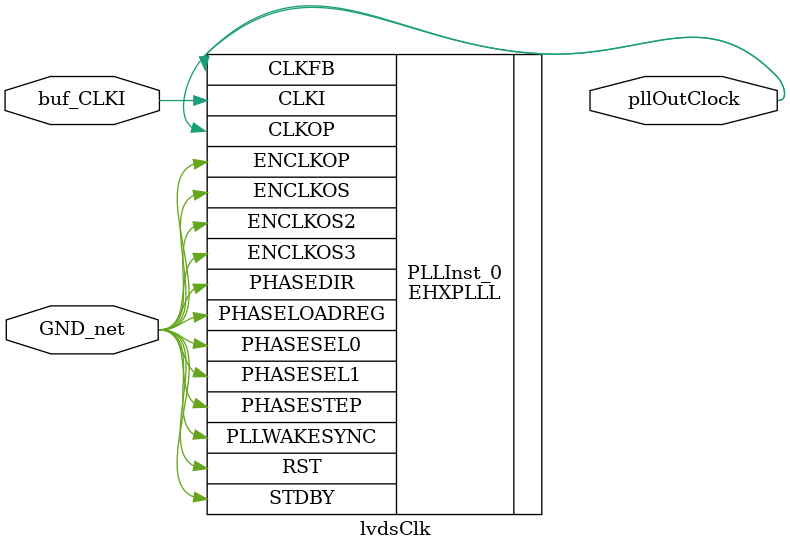
<source format=v>

module top (RGBIN, pllInClock, pixelClock, lcdVsync, lcdHsync, lcdDe, 
            lvdsOutClk, lvdsLine0, lvdsLine1, lvdsLine2) /* synthesis syn_module_defined=1 */ ;   // c:/users/borna/documents/projects/fpga/blink/blink.v(6[8:11])
    input [7:0]RGBIN;   // c:/users/borna/documents/projects/fpga/blink/blink.v(6[24:29])
    input pllInClock /* synthesis black_box_pad_pin=1 */ ;   // c:/users/borna/documents/projects/fpga/blink/blink.v(6[37:47])
    input pixelClock;   // c:/users/borna/documents/projects/fpga/blink/blink.v(6[55:65])
    input lcdVsync;   // c:/users/borna/documents/projects/fpga/blink/blink.v(6[73:81])
    input lcdHsync;   // c:/users/borna/documents/projects/fpga/blink/blink.v(6[89:97])
    input lcdDe;   // c:/users/borna/documents/projects/fpga/blink/blink.v(6[105:110])
    output lvdsOutClk;   // c:/users/borna/documents/projects/fpga/blink/blink.v(6[119:129])
    output lvdsLine0;   // c:/users/borna/documents/projects/fpga/blink/blink.v(6[138:147])
    output lvdsLine1;   // c:/users/borna/documents/projects/fpga/blink/blink.v(6[156:165])
    output lvdsLine2;   // c:/users/borna/documents/projects/fpga/blink/blink.v(6[174:183])
    
    wire pllOutClock /* synthesis SET_AS_NETWORK=pllOutClock, is_clock=1 */ ;   // c:/users/borna/documents/projects/fpga/blink/blink.v(11[12:23])
    wire buf_CLKI /* synthesis is_clock=1 */ ;   // c:/users/borna/documents/projects/fpga/blink/pll/lvdsclk/lvdsclk.v(16[10:18])
    
    wire RGBIN_c_7, RGBIN_c_6, RGBIN_c_5, RGBIN_c_4, RGBIN_c_3, RGBIN_c_2, 
        RGBIN_c_1, RGBIN_c_0, lcdVsync_c, lcdHsync_c, lcdDe_c, lvdsOutClk_c, 
        lvdsLine0_c, lvdsLine1_c, lvdsLine2_c, VCC_net, GND_net;
    
    VHI i5 (.Z(VCC_net));
    parallelToLvds myParallelToLvds (.pllOutClock(pllOutClock), .RGBIN_c_6(RGBIN_c_6), 
            .lvdsLine1_c(lvdsLine1_c), .RGBIN_c_7(RGBIN_c_7), .lcdHsync_c(lcdHsync_c), 
            .lcdVsync_c(lcdVsync_c), .lcdDe_c(lcdDe_c), .RGBIN_c_0(RGBIN_c_0), 
            .RGBIN_c_1(RGBIN_c_1), .RGBIN_c_2(RGBIN_c_2), .RGBIN_c_3(RGBIN_c_3), 
            .RGBIN_c_4(RGBIN_c_4), .lvdsOutClk_c(lvdsOutClk_c), .RGBIN_c_5(RGBIN_c_5), 
            .lvdsLine2_c(lvdsLine2_c), .lvdsLine0_c(lvdsLine0_c)) /* synthesis syn_module_defined=1 */ ;   // c:/users/borna/documents/projects/fpga/blink/blink.v(16[18] 27[4])
    IB Inst1_IB (.I(pllInClock), .O(buf_CLKI)) /* synthesis IO_TYPE="LVCMOS33", syn_instantiated=1, LSE_LINE_FILE_ID=3, LSE_LCOL=11, LSE_RCOL=4, LSE_LLINE=9, LSE_RLINE=13 */ ;   // c:/users/borna/documents/projects/fpga/blink/pll/lvdsclk/lvdsclk.v(20[8:41])
    PUR PUR_INST (.PUR(VCC_net));
    defparam PUR_INST.RST_PULSE = 1;
    IB lcdDe_pad (.I(lcdDe), .O(lcdDe_c));   // c:/users/borna/documents/projects/fpga/blink/blink.v(6[105:110])
    IB lcdHsync_pad (.I(lcdHsync), .O(lcdHsync_c));   // c:/users/borna/documents/projects/fpga/blink/blink.v(6[89:97])
    IB lcdVsync_pad (.I(lcdVsync), .O(lcdVsync_c));   // c:/users/borna/documents/projects/fpga/blink/blink.v(6[73:81])
    IB RGBIN_pad_0 (.I(RGBIN[0]), .O(RGBIN_c_0));   // c:/users/borna/documents/projects/fpga/blink/blink.v(6[24:29])
    IB RGBIN_pad_1 (.I(RGBIN[1]), .O(RGBIN_c_1));   // c:/users/borna/documents/projects/fpga/blink/blink.v(6[24:29])
    IB RGBIN_pad_2 (.I(RGBIN[2]), .O(RGBIN_c_2));   // c:/users/borna/documents/projects/fpga/blink/blink.v(6[24:29])
    IB RGBIN_pad_3 (.I(RGBIN[3]), .O(RGBIN_c_3));   // c:/users/borna/documents/projects/fpga/blink/blink.v(6[24:29])
    IB RGBIN_pad_4 (.I(RGBIN[4]), .O(RGBIN_c_4));   // c:/users/borna/documents/projects/fpga/blink/blink.v(6[24:29])
    IB RGBIN_pad_5 (.I(RGBIN[5]), .O(RGBIN_c_5));   // c:/users/borna/documents/projects/fpga/blink/blink.v(6[24:29])
    IB RGBIN_pad_6 (.I(RGBIN[6]), .O(RGBIN_c_6));   // c:/users/borna/documents/projects/fpga/blink/blink.v(6[24:29])
    VLO i1 (.Z(GND_net));
    OB lvdsLine2_pad (.I(lvdsLine2_c), .O(lvdsLine2));   // c:/users/borna/documents/projects/fpga/blink/blink.v(6[174:183])
    OB lvdsLine1_pad (.I(lvdsLine1_c), .O(lvdsLine1));   // c:/users/borna/documents/projects/fpga/blink/blink.v(6[156:165])
    IB RGBIN_pad_7 (.I(RGBIN[7]), .O(RGBIN_c_7));   // c:/users/borna/documents/projects/fpga/blink/blink.v(6[24:29])
    lvdsClk myLvdsPll (.pllOutClock(pllOutClock), .buf_CLKI(buf_CLKI), .GND_net(GND_net)) /* synthesis NGD_DRC_MASK=1, syn_module_defined=1 */ ;   // c:/users/borna/documents/projects/fpga/blink/blink.v(9[11] 13[4])
    OB lvdsLine0_pad (.I(lvdsLine0_c), .O(lvdsLine0));   // c:/users/borna/documents/projects/fpga/blink/blink.v(6[138:147])
    OB lvdsOutClk_pad (.I(lvdsOutClk_c), .O(lvdsOutClk));   // c:/users/borna/documents/projects/fpga/blink/blink.v(6[119:129])
    GSR GSR_INST (.GSR(VCC_net));
    
endmodule
//
// Verilog Description of module parallelToLvds
//

module parallelToLvds (pllOutClock, RGBIN_c_6, lvdsLine1_c, RGBIN_c_7, 
            lcdHsync_c, lcdVsync_c, lcdDe_c, RGBIN_c_0, RGBIN_c_1, 
            RGBIN_c_2, RGBIN_c_3, RGBIN_c_4, lvdsOutClk_c, RGBIN_c_5, 
            lvdsLine2_c, lvdsLine0_c) /* synthesis syn_module_defined=1 */ ;
    input pllOutClock;
    input RGBIN_c_6;
    output lvdsLine1_c;
    input RGBIN_c_7;
    input lcdHsync_c;
    input lcdVsync_c;
    input lcdDe_c;
    input RGBIN_c_0;
    input RGBIN_c_1;
    input RGBIN_c_2;
    input RGBIN_c_3;
    input RGBIN_c_4;
    output lvdsOutClk_c;
    input RGBIN_c_5;
    output lvdsLine2_c;
    output lvdsLine0_c;
    
    wire pllOutClock /* synthesis SET_AS_NETWORK=pllOutClock, is_clock=1 */ ;   // c:/users/borna/documents/projects/fpga/blink/blink.v(11[12:23])
    wire [6:0]lvdsTest2;   // c:/users/borna/documents/projects/fpga/blink/blink.v(47[12:21])
    wire [3:0]bitCounter;   // c:/users/borna/documents/projects/fpga/blink/blink.v(45[12:22])
    
    wire n2;
    wire [6:0]lvdsTest3;   // c:/users/borna/documents/projects/fpga/blink/blink.v(48[12:21])
    
    wire n209;
    wire [6:0]lvdsTest1;   // c:/users/borna/documents/projects/fpga/blink/blink.v(46[12:21])
    
    wire lvdsClock_N_14, bitCounter_3__N_12;
    wire [3:0]n21;
    
    wire n210, n207, n213, n208, n214;
    
    LUT4 bitCounter_2__I_0_45_i2_3_lut (.A(lvdsTest2[2]), .B(lvdsTest2[3]), 
         .C(bitCounter[0]), .Z(n2)) /* synthesis lut_function=(A (B+!(C))+!A (B (C))) */ ;   // c:/users/borna/documents/projects/fpga/blink/blink.v(52[30:40])
    defparam bitCounter_2__I_0_45_i2_3_lut.init = 16'hcaca;
    FD1S3AX lvdsTest3_4__31 (.D(RGBIN_c_6), .CK(pllOutClock), .Q(lvdsTest3[4])) /* synthesis lse_init_val=0, LSE_LINE_FILE_ID=3, LSE_LCOL=18, LSE_RCOL=4, LSE_LLINE=16, LSE_RLINE=27 */ ;   // c:/users/borna/documents/projects/fpga/blink/blink.v(56[9] 103[5])
    defparam lvdsTest3_4__31.GSR = "ENABLED";
    LUT4 lvdsTest3_0__bdd_3_lut_183 (.A(lvdsTest3[0]), .B(bitCounter[0]), 
         .C(lvdsTest3[1]), .Z(n209)) /* synthesis lut_function=(A ((C)+!B)+!A (B (C))) */ ;
    defparam lvdsTest3_0__bdd_3_lut_183.init = 16'he2e2;
    LUT4 i2_3_lut (.A(bitCounter[1]), .B(bitCounter[2]), .C(n2), .Z(lvdsLine1_c)) /* synthesis lut_function=(!((B+!(C))+!A)) */ ;   // c:/users/borna/documents/projects/fpga/blink/blink.v(52[30:40])
    defparam i2_3_lut.init = 16'h2020;
    FD1S3AX lvdsTest3_3__32 (.D(RGBIN_c_7), .CK(pllOutClock), .Q(lvdsTest3[3])) /* synthesis lse_init_val=0, LSE_LINE_FILE_ID=3, LSE_LCOL=18, LSE_RCOL=4, LSE_LLINE=16, LSE_RLINE=27 */ ;   // c:/users/borna/documents/projects/fpga/blink/blink.v(56[9] 103[5])
    defparam lvdsTest3_3__32.GSR = "ENABLED";
    FD1S3AX lvdsTest3_2__33 (.D(lcdHsync_c), .CK(pllOutClock), .Q(lvdsTest3[2])) /* synthesis lse_init_val=0, LSE_LINE_FILE_ID=3, LSE_LCOL=18, LSE_RCOL=4, LSE_LLINE=16, LSE_RLINE=27 */ ;   // c:/users/borna/documents/projects/fpga/blink/blink.v(56[9] 103[5])
    defparam lvdsTest3_2__33.GSR = "ENABLED";
    FD1S3AX lvdsTest3_1__34 (.D(lcdVsync_c), .CK(pllOutClock), .Q(lvdsTest3[1])) /* synthesis lse_init_val=0, LSE_LINE_FILE_ID=3, LSE_LCOL=18, LSE_RCOL=4, LSE_LLINE=16, LSE_RLINE=27 */ ;   // c:/users/borna/documents/projects/fpga/blink/blink.v(56[9] 103[5])
    defparam lvdsTest3_1__34.GSR = "ENABLED";
    FD1S3AX lvdsTest3_0__35 (.D(lcdDe_c), .CK(pllOutClock), .Q(lvdsTest3[0])) /* synthesis lse_init_val=0, LSE_LINE_FILE_ID=3, LSE_LCOL=18, LSE_RCOL=4, LSE_LLINE=16, LSE_RLINE=27 */ ;   // c:/users/borna/documents/projects/fpga/blink/blink.v(56[9] 103[5])
    defparam lvdsTest3_0__35.GSR = "ENABLED";
    FD1S3AX lvdsTest1_3__36 (.D(RGBIN_c_0), .CK(pllOutClock), .Q(lvdsTest1[3])) /* synthesis lse_init_val=0, LSE_LINE_FILE_ID=3, LSE_LCOL=18, LSE_RCOL=4, LSE_LLINE=16, LSE_RLINE=27 */ ;   // c:/users/borna/documents/projects/fpga/blink/blink.v(56[9] 103[5])
    defparam lvdsTest1_3__36.GSR = "ENABLED";
    FD1S3AX lvdsTest1_2__37 (.D(RGBIN_c_1), .CK(pllOutClock), .Q(lvdsTest1[2])) /* synthesis lse_init_val=0, LSE_LINE_FILE_ID=3, LSE_LCOL=18, LSE_RCOL=4, LSE_LLINE=16, LSE_RLINE=27 */ ;   // c:/users/borna/documents/projects/fpga/blink/blink.v(56[9] 103[5])
    defparam lvdsTest1_2__37.GSR = "ENABLED";
    FD1S3AX lvdsTest1_1__38 (.D(RGBIN_c_2), .CK(pllOutClock), .Q(lvdsTest1[1])) /* synthesis lse_init_val=0, LSE_LINE_FILE_ID=3, LSE_LCOL=18, LSE_RCOL=4, LSE_LLINE=16, LSE_RLINE=27 */ ;   // c:/users/borna/documents/projects/fpga/blink/blink.v(56[9] 103[5])
    defparam lvdsTest1_1__38.GSR = "ENABLED";
    FD1S3AX lvdsTest2_3__39 (.D(RGBIN_c_3), .CK(pllOutClock), .Q(lvdsTest2[3])) /* synthesis lse_init_val=0, LSE_LINE_FILE_ID=3, LSE_LCOL=18, LSE_RCOL=4, LSE_LLINE=16, LSE_RLINE=27 */ ;   // c:/users/borna/documents/projects/fpga/blink/blink.v(56[9] 103[5])
    defparam lvdsTest2_3__39.GSR = "ENABLED";
    FD1S3AX lvdsTest2_2__40 (.D(RGBIN_c_4), .CK(pllOutClock), .Q(lvdsTest2[2])) /* synthesis lse_init_val=0, LSE_LINE_FILE_ID=3, LSE_LCOL=18, LSE_RCOL=4, LSE_LLINE=16, LSE_RLINE=27 */ ;   // c:/users/borna/documents/projects/fpga/blink/blink.v(56[9] 103[5])
    defparam lvdsTest2_2__40.GSR = "ENABLED";
    FD1S3AX lvdsClockReg_0__41 (.D(lvdsClock_N_14), .CK(pllOutClock), .Q(lvdsOutClk_c)) /* synthesis lse_init_val=0, LSE_LINE_FILE_ID=3, LSE_LCOL=18, LSE_RCOL=4, LSE_LLINE=16, LSE_RLINE=27 */ ;   // c:/users/borna/documents/projects/fpga/blink/blink.v(56[9] 103[5])
    defparam lvdsClockReg_0__41.GSR = "ENABLED";
    FD1S3AX lvdsTest3_5__30 (.D(RGBIN_c_5), .CK(pllOutClock), .Q(lvdsTest3[5])) /* synthesis lse_init_val=0, LSE_LINE_FILE_ID=3, LSE_LCOL=18, LSE_RCOL=4, LSE_LLINE=16, LSE_RLINE=27 */ ;   // c:/users/borna/documents/projects/fpga/blink/blink.v(56[9] 103[5])
    defparam lvdsTest3_5__30.GSR = "ENABLED";
    FD1S3IX bitCounter_11__i3 (.D(n21[3]), .CK(pllOutClock), .CD(bitCounter_3__N_12), 
            .Q(bitCounter[3]));   // c:/users/borna/documents/projects/fpga/blink/blink.v(99[17:31])
    defparam bitCounter_11__i3.GSR = "ENABLED";
    LUT4 i112_2_lut_3_lut (.A(bitCounter[1]), .B(bitCounter[0]), .C(bitCounter[2]), 
         .Z(n21[2])) /* synthesis lut_function=(!(A (B (C)+!B !(C))+!A !(C))) */ ;   // c:/users/borna/documents/projects/fpga/blink/blink.v(99[17:31])
    defparam i112_2_lut_3_lut.init = 16'h7878;
    LUT4 n210_bdd_3_lut (.A(n210), .B(n207), .C(bitCounter[1]), .Z(lvdsLine2_c)) /* synthesis lut_function=(A (B+!(C))+!A (B (C))) */ ;
    defparam n210_bdd_3_lut.init = 16'hcaca;
    LUT4 i103_1_lut (.A(bitCounter[0]), .Z(n21[0])) /* synthesis lut_function=(!(A)) */ ;   // c:/users/borna/documents/projects/fpga/blink/blink.v(99[17:31])
    defparam i103_1_lut.init = 16'h5555;
    LUT4 lvdsTest3_2__bdd_4_lut_182 (.A(lvdsTest3[2]), .B(bitCounter[2]), 
         .C(bitCounter[0]), .D(lvdsTest3[3]), .Z(n207)) /* synthesis lut_function=(!(A (B+!((D)+!C))+!A (B+!(C (D))))) */ ;
    defparam lvdsTest3_2__bdd_4_lut_182.init = 16'h3202;
    LUT4 i105_2_lut (.A(bitCounter[1]), .B(bitCounter[0]), .Z(n21[1])) /* synthesis lut_function=(!(A (B)+!A !(B))) */ ;   // c:/users/borna/documents/projects/fpga/blink/blink.v(99[17:31])
    defparam i105_2_lut.init = 16'h6666;
    LUT4 n1_bdd_4_lut_else_4_lut (.A(lvdsTest1[1]), .B(bitCounter[2]), .C(bitCounter[0]), 
         .Z(n213)) /* synthesis lut_function=(!((B+!(C))+!A)) */ ;
    defparam n1_bdd_4_lut_else_4_lut.init = 16'h2020;
    FD1S3IX bitCounter_11__i2 (.D(n21[2]), .CK(pllOutClock), .CD(bitCounter_3__N_12), 
            .Q(bitCounter[2]));   // c:/users/borna/documents/projects/fpga/blink/blink.v(99[17:31])
    defparam bitCounter_11__i2.GSR = "ENABLED";
    FD1S3IX bitCounter_11__i1 (.D(n21[1]), .CK(pllOutClock), .CD(bitCounter_3__N_12), 
            .Q(bitCounter[1]));   // c:/users/borna/documents/projects/fpga/blink/blink.v(99[17:31])
    defparam bitCounter_11__i1.GSR = "ENABLED";
    PFUMX i178 (.BLUT(n209), .ALUT(n208), .C0(bitCounter[2]), .Z(n210));
    FD1S3IX bitCounter_11__i0 (.D(n21[0]), .CK(pllOutClock), .CD(bitCounter_3__N_12), 
            .Q(bitCounter[0]));   // c:/users/borna/documents/projects/fpga/blink/blink.v(99[17:31])
    defparam bitCounter_11__i0.GSR = "ENABLED";
    LUT4 i169_4_lut (.A(bitCounter[3]), .B(bitCounter[1]), .C(bitCounter[0]), 
         .D(bitCounter[2]), .Z(lvdsClock_N_14)) /* synthesis lut_function=(A+(B (D)+!B (C+!(D)))) */ ;   // c:/users/borna/documents/projects/fpga/blink/blink.v(95[12] 97[6])
    defparam i169_4_lut.init = 16'hfebb;
    LUT4 i25_4_lut (.A(bitCounter[0]), .B(bitCounter[3]), .C(bitCounter[2]), 
         .D(bitCounter[1]), .Z(bitCounter_3__N_12)) /* synthesis lut_function=(A (B+(C (D)))+!A (B)) */ ;
    defparam i25_4_lut.init = 16'heccc;
    LUT4 i119_3_lut_4_lut (.A(bitCounter[1]), .B(bitCounter[0]), .C(bitCounter[2]), 
         .D(bitCounter[3]), .Z(n21[3])) /* synthesis lut_function=(!(A (B (C (D)+!C !(D))+!B !(D))+!A !(D))) */ ;   // c:/users/borna/documents/projects/fpga/blink/blink.v(99[17:31])
    defparam i119_3_lut_4_lut.init = 16'h7f80;
    LUT4 n1_bdd_4_lut_then_4_lut (.A(lvdsTest1[3]), .B(lvdsTest1[2]), .C(bitCounter[2]), 
         .D(bitCounter[0]), .Z(n214)) /* synthesis lut_function=(!(A (B (C)+!B (C+!(D)))+!A ((C+(D))+!B))) */ ;
    defparam n1_bdd_4_lut_then_4_lut.init = 16'h0a0c;
    LUT4 lvdsTest3_0__bdd_3_lut_177 (.A(lvdsTest3[4]), .B(lvdsTest3[5]), 
         .C(bitCounter[0]), .Z(n208)) /* synthesis lut_function=(A (B+!(C))+!A (B (C))) */ ;
    defparam lvdsTest3_0__bdd_3_lut_177.init = 16'hcaca;
    PFUMX i180 (.BLUT(n213), .ALUT(n214), .C0(bitCounter[1]), .Z(lvdsLine0_c));
    
endmodule
//
// Verilog Description of module PUR
// module not written out since it is a black-box. 
//

//
// Verilog Description of module lvdsClk
//

module lvdsClk (pllOutClock, buf_CLKI, GND_net) /* synthesis NGD_DRC_MASK=1, syn_module_defined=1 */ ;
    output pllOutClock;
    input buf_CLKI;
    input GND_net;
    
    wire pllOutClock /* synthesis SET_AS_NETWORK=pllOutClock, is_clock=1 */ ;   // c:/users/borna/documents/projects/fpga/blink/blink.v(11[12:23])
    wire buf_CLKI /* synthesis is_clock=1 */ ;   // c:/users/borna/documents/projects/fpga/blink/pll/lvdsclk/lvdsclk.v(16[10:18])
    
    EHXPLLL PLLInst_0 (.CLKI(buf_CLKI), .CLKFB(pllOutClock), .PHASESEL0(GND_net), 
            .PHASESEL1(GND_net), .PHASEDIR(GND_net), .PHASESTEP(GND_net), 
            .PHASELOADREG(GND_net), .STDBY(GND_net), .PLLWAKESYNC(GND_net), 
            .RST(GND_net), .ENCLKOP(GND_net), .ENCLKOS(GND_net), .ENCLKOS2(GND_net), 
            .ENCLKOS3(GND_net), .CLKOP(pllOutClock)) /* synthesis FREQUENCY_PIN_CLKOP="336.000000", FREQUENCY_PIN_CLKI="48.000000", ICP_CURRENT="13", LPF_RESISTOR="8", syn_instantiated=1, LSE_LINE_FILE_ID=3, LSE_LCOL=11, LSE_RCOL=4, LSE_LLINE=9, LSE_RLINE=13 */ ;   // c:/users/borna/documents/projects/fpga/blink/blink.v(9[11] 13[4])
    defparam PLLInst_0.CLKI_DIV = 1;
    defparam PLLInst_0.CLKFB_DIV = 7;
    defparam PLLInst_0.CLKOP_DIV = 2;
    defparam PLLInst_0.CLKOS_DIV = 1;
    defparam PLLInst_0.CLKOS2_DIV = 1;
    defparam PLLInst_0.CLKOS3_DIV = 1;
    defparam PLLInst_0.CLKOP_ENABLE = "ENABLED";
    defparam PLLInst_0.CLKOS_ENABLE = "DISABLED";
    defparam PLLInst_0.CLKOS2_ENABLE = "DISABLED";
    defparam PLLInst_0.CLKOS3_ENABLE = "DISABLED";
    defparam PLLInst_0.CLKOP_CPHASE = 1;
    defparam PLLInst_0.CLKOS_CPHASE = 0;
    defparam PLLInst_0.CLKOS2_CPHASE = 0;
    defparam PLLInst_0.CLKOS3_CPHASE = 0;
    defparam PLLInst_0.CLKOP_FPHASE = 0;
    defparam PLLInst_0.CLKOS_FPHASE = 0;
    defparam PLLInst_0.CLKOS2_FPHASE = 0;
    defparam PLLInst_0.CLKOS3_FPHASE = 0;
    defparam PLLInst_0.FEEDBK_PATH = "USERCLOCK";
    defparam PLLInst_0.CLKOP_TRIM_POL = "FALLING";
    defparam PLLInst_0.CLKOP_TRIM_DELAY = 0;
    defparam PLLInst_0.CLKOS_TRIM_POL = "FALLING";
    defparam PLLInst_0.CLKOS_TRIM_DELAY = 0;
    defparam PLLInst_0.OUTDIVIDER_MUXA = "DIVA";
    defparam PLLInst_0.OUTDIVIDER_MUXB = "DIVB";
    defparam PLLInst_0.OUTDIVIDER_MUXC = "DIVC";
    defparam PLLInst_0.OUTDIVIDER_MUXD = "DIVD";
    defparam PLLInst_0.PLL_LOCK_MODE = 0;
    defparam PLLInst_0.PLL_LOCK_DELAY = 200;
    defparam PLLInst_0.STDBY_ENABLE = "DISABLED";
    defparam PLLInst_0.REFIN_RESET = "DISABLED";
    defparam PLLInst_0.SYNC_ENABLE = "DISABLED";
    defparam PLLInst_0.INT_LOCK_STICKY = "ENABLED";
    defparam PLLInst_0.DPHASE_SOURCE = "DISABLED";
    defparam PLLInst_0.PLLRST_ENA = "DISABLED";
    defparam PLLInst_0.INTFB_WAKE = "DISABLED";
    
endmodule

</source>
